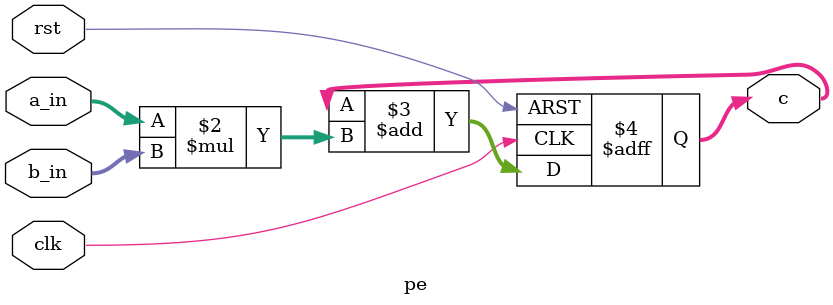
<source format=v>
module pe (
    input clk,
    input rst,
    input [7:0] a_in,
    input [7:0] b_in,
    output reg [31:0] c
);
    always @(posedge clk or posedge rst) begin
        if (rst) begin
            c <= 0;
        end else begin
            c <= c + a_in * b_in; 
        end
    end
endmodule


</source>
